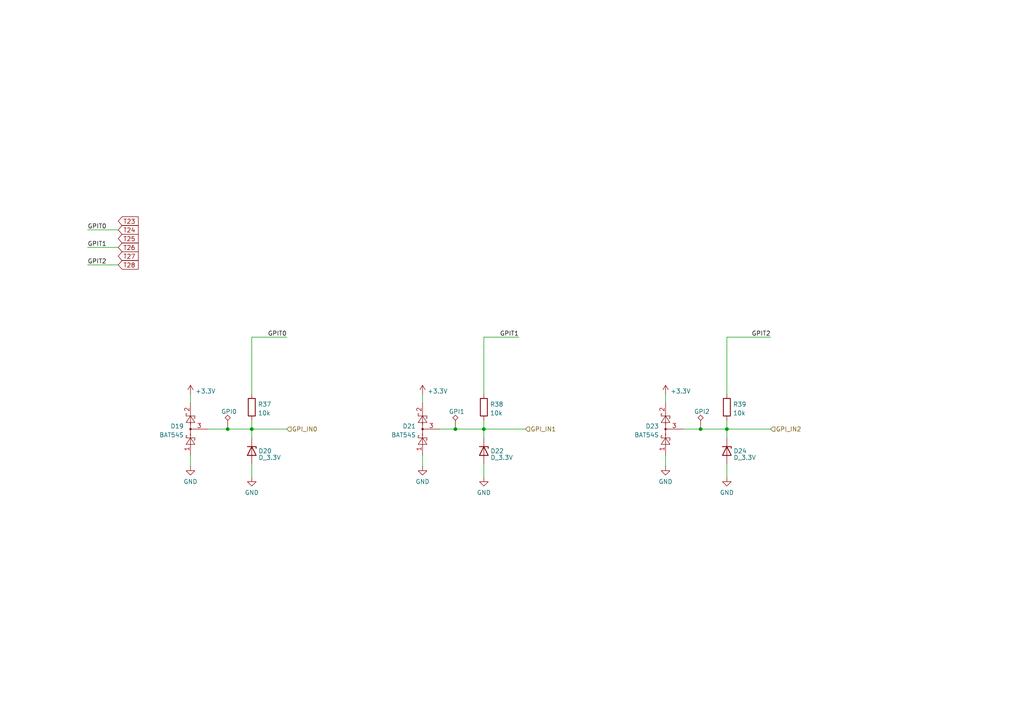
<source format=kicad_sch>
(kicad_sch (version 20211123) (generator eeschema)
  (paper "A4")
  (title_block (title "FloatPUMP Schematics") (date "2022-11-11") (rev "1.0") (company "robtor.de") (comment 1 "Controller board for up to 3 water pumps") (comment 2 "measuring capabilities with piezoresistive pressure sensors") (comment 3 "sensor input Range 4mA-20mA"))
  (lib_symbols
    (symbol "Connector:TestPoint_Alt" (pin_numbers hide) (pin_names (offset 0.762) hide)
      (property "Reference" "TP" (at 0 6.858 0))
      (property "Value" "TestPoint_Alt" (at 0 5.08 0))
      (symbol "TestPoint_Alt_0_1"
        (polyline (pts (xy 0 2.54) (xy -0.762 3.302) (xy 0 4.064) (xy 0.762 3.302) (xy 0 2.54)))
      )
      (symbol "TestPoint_Alt_1_1"
        (pin passive line (at 0 0 90) (length 2.54) (name "1") (number "1"))
      )
    )
    (symbol "D_Zener_1" (pin_numbers hide) (pin_names (offset 1.016) hide)
      (property "Reference" "D?" (at 2.032 0.8347 90))
      (property "Value" "D_Zener_1" (at 2.032 -1.7022 90))
      (symbol "D_Zener_1_0_1"
        (polyline (pts (xy 1.27 0) (xy -1.27 0)))
        (polyline (pts (xy -1.27 -1.27) (xy -1.27 1.27) (xy -0.762 1.27)) (stroke (width 0.254)))
        (polyline (pts (xy 1.27 -1.27) (xy 1.27 1.27) (xy -1.27 0) (xy 1.27 -1.27)) (stroke (width 0.254)))
      )
      (symbol "D_Zener_1_1_1"
        (pin passive line (at 3.81 0 180) (length 2.54) (name "A") (number "1"))
        (pin passive line (at -3.81 0 0) (length 2.54) (name "K") (number "3"))
      )
    )
    (symbol "Device:R" (pin_numbers hide) (pin_names (offset 0))
      (property "Reference" "R" (at 2.032 0 90))
      (property "Value" "R" (at 0 0 90))
      (symbol "R_0_1"
        (rectangle (start -1.016 -2.54) (end 1.016 2.54) (stroke (width 0.254)))
      )
      (symbol "R_1_1"
        (pin passive line (at 0 3.81 270) (length 1.27) (name "~") (number "1"))
        (pin passive line (at 0 -3.81 90) (length 1.27) (name "~") (number "2"))
      )
    )
    (symbol "Diode:BAT54S" (pin_names (offset 1.016))
      (property "Reference" "D" (at 0.635 -3.81 0))
      (property "Value" "BAT54S" (at -6.35 3.175 0))
      (symbol "BAT54S_0_1"
        (polyline (pts (xy -3.81 0) (xy -1.27 0)))
        (polyline (pts (xy -3.175 -1.27) (xy -3.175 -1.016)))
        (polyline (pts (xy -2.54 -1.27) (xy -3.175 -1.27)))
        (polyline (pts (xy -2.54 -1.27) (xy -2.54 1.27)))
        (polyline (pts (xy -2.54 1.27) (xy -1.905 1.27)))
        (polyline (pts (xy -1.905 0) (xy 1.905 0)))
        (polyline (pts (xy -1.905 1.27) (xy -1.905 1.016)))
        (polyline (pts (xy 1.27 0) (xy 3.81 0)))
        (polyline (pts (xy 3.175 -1.27) (xy 3.175 -1.016)))
        (polyline (pts (xy 3.81 -1.27) (xy 3.175 -1.27)))
        (polyline (pts (xy 3.81 -1.27) (xy 3.81 1.27)))
        (polyline (pts (xy 3.81 1.27) (xy 4.445 1.27)))
        (polyline (pts (xy 4.445 1.27) (xy 4.445 1.016)))
        (polyline (pts (xy -4.445 1.27) (xy -4.445 -1.27) (xy -2.54 0) (xy -4.445 1.27)))
        (polyline (pts (xy 1.905 1.27) (xy 1.905 -1.27) (xy 3.81 0) (xy 1.905 1.27)))
        (circle (center 0 0) (radius 0.254) (fill (type outline)))
      )
      (symbol "BAT54S_1_1"
        (pin passive line (at -7.62 0 0) (length 3.81) (name "~") (number "1"))
        (pin passive line (at 7.62 0 180) (length 3.81) (name "~") (number "2"))
        (pin passive line (at 0 -5.08 90) (length 5.08) (name "~") (number "3"))
      )
    )
    (symbol "power:+3.3V" (power) (pin_names (offset 0))
      (property "Value" "+3.3V" (at 0 3.556 0))
      (symbol "+3.3V_0_1"
        (polyline (pts (xy -0.762 1.27) (xy 0 2.54)))
        (polyline (pts (xy 0 0) (xy 0 2.54)))
        (polyline (pts (xy 0 2.54) (xy 0.762 1.27)))
      )
      (symbol "+3.3V_1_1"
        (pin power_in line (at 0 0 90) (length 0) hide (name "+3.3V") (number "1"))
      )
    )
    (symbol "power:GND" (power) (pin_names (offset 0))
      (property "Value" "GND" (at 0 -3.81 0))
      (symbol "GND_0_1"
        (polyline (pts (xy 0 0) (xy 0 -1.27) (xy 1.27 -1.27) (xy 0 -2.54) (xy -1.27 -1.27) (xy 0 -1.27)))
      )
      (symbol "GND_1_1"
        (pin power_in line (at 0 0 270) (length 0) hide (name "GND") (number "1"))
      )
    )
  )
  (junction (at 203.2 124.46))
  (junction (at 66.04 124.46))
  (junction (at 73.025 124.46))
  (junction (at 132.08 124.46))
  (junction (at 210.82 124.46))
  (junction (at 140.335 124.46))
  (wire (pts (xy 140.335 134.62) (xy 140.335 138.43)))
  (wire (pts (xy 210.82 114.3) (xy 210.82 97.79)))
  (wire (pts (xy 66.04 124.46) (xy 73.025 124.46)))
  (wire (pts (xy 198.12 124.46) (xy 203.2 124.46)))
  (wire (pts (xy 25.4 76.835) (xy 34.29 76.835)))
  (wire (pts (xy 73.025 121.92) (xy 73.025 124.46)))
  (wire (pts (xy 140.335 121.92) (xy 140.335 124.46)))
  (wire (pts (xy 73.025 124.46) (xy 73.025 127)))
  (wire (pts (xy 122.555 114.3) (xy 122.555 116.84)))
  (wire (pts (xy 73.025 124.46) (xy 83.185 124.46)))
  (wire (pts (xy 73.025 114.3) (xy 73.025 97.79)))
  (wire (pts (xy 210.82 124.46) (xy 210.82 127)))
  (wire (pts (xy 210.82 124.46) (xy 223.52 124.46)))
  (wire (pts (xy 25.4 66.675) (xy 34.29 66.675)))
  (wire (pts (xy 55.245 114.3) (xy 55.245 116.84)))
  (wire (pts (xy 55.245 132.08) (xy 55.245 135.255)))
  (wire (pts (xy 210.82 121.92) (xy 210.82 124.46)))
  (wire (pts (xy 127.635 124.46) (xy 132.08 124.46)))
  (wire (pts (xy 73.025 134.62) (xy 73.025 138.43)))
  (wire (pts (xy 60.325 124.46) (xy 66.04 124.46)))
  (wire (pts (xy 73.025 97.79) (xy 83.185 97.79)))
  (wire (pts (xy 210.82 97.79) (xy 223.52 97.79)))
  (wire (pts (xy 140.335 97.79) (xy 150.495 97.79)))
  (wire (pts (xy 193.04 114.3) (xy 193.04 116.84)))
  (wire (pts (xy 203.2 124.46) (xy 210.82 124.46)))
  (wire (pts (xy 140.335 97.79) (xy 140.335 114.3)))
  (wire (pts (xy 25.4 71.755) (xy 34.29 71.755)))
  (wire (pts (xy 122.555 132.08) (xy 122.555 135.255)))
  (wire (pts (xy 140.335 124.46) (xy 152.4 124.46)))
  (wire (pts (xy 140.335 124.46) (xy 140.335 127)))
  (wire (pts (xy 132.08 124.46) (xy 140.335 124.46)))
  (wire (pts (xy 193.04 132.08) (xy 193.04 135.255)))
  (wire (pts (xy 210.82 134.62) (xy 210.82 138.43)))
  (label "GPIT1" (at 150.495 97.79 180))
  (label "GPIT1" (at 25.4 71.755 0))
  (label "GPIT0" (at 83.185 97.79 180))
  (label "GPIT0" (at 25.4 66.675 0))
  (label "GPIT2" (at 25.4 76.835 0))
  (label "GPIT2" (at 223.52 97.79 180))
  (global_label "T27" (shape input) (at 34.29 74.295 0) (property "Referenzen zwischen Schaltplänen" "${INTERSHEET_REFS}" (effects hide)))
  (global_label "T24" (shape input) (at 34.29 66.675 0) (property "Referenzen zwischen Schaltplänen" "${INTERSHEET_REFS}" (effects hide)))
  (global_label "T28" (shape input) (at 34.29 76.835 0) (property "Referenzen zwischen Schaltplänen" "${INTERSHEET_REFS}" (effects hide)))
  (global_label "T23" (shape input) (at 34.29 64.135 0) (property "Referenzen zwischen Schaltplänen" "${INTERSHEET_REFS}" (effects hide)))
  (global_label "T25" (shape input) (at 34.29 69.215 0) (property "Referenzen zwischen Schaltplänen" "${INTERSHEET_REFS}" (effects hide)))
  (global_label "T26" (shape input) (at 34.29 71.755 0) (property "Referenzen zwischen Schaltplänen" "${INTERSHEET_REFS}" (effects hide)))
  (hierarchical_label "GPI_IN0" (shape input) (at 83.185 124.46 0))
  (hierarchical_label "GPI_IN2" (shape input) (at 223.52 124.46 0))
  (hierarchical_label "GPI_IN1" (shape input) (at 152.4 124.46 0))
  (symbol (lib_id "power:GND") (at 73.025 138.43 0) (unit 1)
    (property "Reference" "#PWR091" (effects hide))
    (property "Value" "GND" (at 73.025 142.8734 0))
  )
  (symbol (lib_name "D_Zener_1") (lib_id "Device:D_Zener") (at 210.82 130.81 270) (unit 1)
    (property "Reference" "D24" (at 212.725 130.81 90) (effects (justify left)))
    (property "Value" "D_3.3V" (at 212.725 132.715 90) (effects (justify left)))
    (property "Footprint" "Package_TO_SOT_SMD:SOT-23" (effects hide))
    (property "Datasheet" "https://datasheet.lcsc.com/lcsc/1809191825_LRC-LBZX84C3V3LT1G_C12745.pdf" (effects hide))
    (property "JLCPCB" "C131832" (effects hide))
  )
  (symbol (lib_name "D_Zener_1") (lib_id "Device:D_Zener") (at 73.025 130.81 270) (unit 1)
    (property "Reference" "D20" (at 74.93 130.81 90) (effects (justify left)))
    (property "Value" "D_3.3V" (at 74.93 132.715 90) (effects (justify left)))
    (property "Footprint" "Package_TO_SOT_SMD:SOT-23" (effects hide))
    (property "Datasheet" "https://datasheet.lcsc.com/lcsc/1809191825_LRC-LBZX84C3V3LT1G_C12745.pdf" (effects hide))
    (property "JLCPCB" "C131832" (effects hide))
  )
  (symbol (lib_id "Connector:TestPoint_Alt") (at 203.2 124.46 0) (unit 1)
    (property "Reference" "TP21" (effects hide))
    (property "Value" "GPI2" (at 201.295 119.38 0) (effects (justify left)))
    (property "Footprint" "TestPoint:TestPoint_Pad_D1.0mm" (effects hide))
  )
  (symbol (lib_id "Device:R") (at 210.82 118.11 0) (unit 1)
    (property "Reference" "R39" (at 212.598 117.2753 0) (effects (justify left)))
    (property "Value" "10k" (at 212.598 119.8122 0) (effects (justify left)))
    (property "Footprint" "Resistor_SMD:R_0603_1608Metric" (effects hide))
    (property "JLCPCB" "C238881" (effects hide))
  )
  (symbol (lib_id "Diode:BAT54S") (at 193.04 124.46 90) (unit 1)
    (property "Reference" "D23" (at 191.135 123.6253 90) (effects (justify left)))
    (property "Value" "BAT54S" (at 191.135 126.1622 90) (effects (justify left)))
    (property "Footprint" "Package_TO_SOT_SMD:SOT-23" (effects hide))
    (property "Datasheet" "https://www.diodes.com/assets/Datasheets/ds11005.pdf" (effects hide))
    (property "JLCPCB" "C2762214" (effects hide))
  )
  (symbol (lib_id "power:+3.3V") (at 55.245 114.3 0) (unit 1)
    (property "Reference" "#PWR088" (effects hide))
    (property "Value" "+3.3V" (at 56.642 113.4638 0) (effects (justify left)))
  )
  (symbol (lib_id "power:+3.3V") (at 193.04 114.3 0) (unit 1)
    (property "Reference" "#PWR096" (effects hide))
    (property "Value" "+3.3V" (at 194.437 113.4638 0) (effects (justify left)))
  )
  (symbol (lib_id "Connector:TestPoint_Alt") (at 132.08 124.46 0) (unit 1)
    (property "Reference" "TP20" (effects hide))
    (property "Value" "GPI1" (at 130.175 119.38 0) (effects (justify left)))
    (property "Footprint" "TestPoint:TestPoint_Pad_D1.0mm" (effects hide))
  )
  (symbol (lib_id "Device:R") (at 73.025 118.11 0) (unit 1)
    (property "Reference" "R37" (at 74.803 117.2753 0) (effects (justify left)))
    (property "Value" "10k" (at 74.803 119.8122 0) (effects (justify left)))
    (property "Footprint" "Resistor_SMD:R_0603_1608Metric" (effects hide))
    (property "JLCPCB" "C238881" (effects hide))
  )
  (symbol (lib_id "power:GND") (at 55.245 135.255 0) (unit 1)
    (property "Reference" "#PWR089" (effects hide))
    (property "Value" "GND" (at 55.245 139.6984 0))
  )
  (symbol (lib_id "power:GND") (at 122.555 135.255 0) (unit 1)
    (property "Reference" "#PWR093" (effects hide))
    (property "Value" "GND" (at 122.555 139.6984 0))
  )
  (symbol (lib_id "power:GND") (at 193.04 135.255 0) (unit 1)
    (property "Reference" "#PWR097" (effects hide))
    (property "Value" "GND" (at 193.04 139.6984 0))
  )
  (symbol (lib_id "power:GND") (at 210.82 138.43 0) (unit 1)
    (property "Reference" "#PWR099" (effects hide))
    (property "Value" "GND" (at 210.82 142.8734 0))
  )
  (symbol (lib_id "Diode:BAT54S") (at 122.555 124.46 90) (unit 1)
    (property "Reference" "D21" (at 120.65 123.6253 90) (effects (justify left)))
    (property "Value" "BAT54S" (at 120.65 126.1622 90) (effects (justify left)))
    (property "Footprint" "Package_TO_SOT_SMD:SOT-23" (effects hide))
    (property "Datasheet" "https://www.diodes.com/assets/Datasheets/ds11005.pdf" (effects hide))
    (property "JLCPCB" "C2762214" (effects hide))
  )
  (symbol (lib_name "D_Zener_1") (lib_id "Device:D_Zener") (at 140.335 130.81 270) (unit 1)
    (property "Reference" "D22" (at 142.24 130.81 90) (effects (justify left)))
    (property "Value" "D_3.3V" (at 142.24 132.715 90) (effects (justify left)))
    (property "Footprint" "Package_TO_SOT_SMD:SOT-23" (effects hide))
    (property "Datasheet" "https://datasheet.lcsc.com/lcsc/1809191825_LRC-LBZX84C3V3LT1G_C12745.pdf" (effects hide))
    (property "JLCPCB" "C131832" (effects hide))
  )
  (symbol (lib_id "Connector:TestPoint_Alt") (at 66.04 124.46 0) (unit 1)
    (property "Reference" "TP19" (effects hide))
    (property "Value" "GPI0" (at 64.135 119.38 0) (effects (justify left)))
    (property "Footprint" "TestPoint:TestPoint_Pad_D1.0mm" (effects hide))
  )
  (symbol (lib_id "Diode:BAT54S") (at 55.245 124.46 90) (unit 1)
    (property "Reference" "D19" (at 53.34 123.6253 90) (effects (justify left)))
    (property "Value" "BAT54S" (at 53.34 126.1622 90) (effects (justify left)))
    (property "Footprint" "Package_TO_SOT_SMD:SOT-23" (effects hide))
    (property "Datasheet" "https://www.diodes.com/assets/Datasheets/ds11005.pdf" (effects hide))
    (property "JLCPCB" "C2762214" (effects hide))
  )
  (symbol (lib_id "power:+3.3V") (at 122.555 114.3 0) (unit 1)
    (property "Reference" "#PWR092" (effects hide))
    (property "Value" "+3.3V" (at 123.952 113.4638 0) (effects (justify left)))
  )
  (symbol (lib_id "Device:R") (at 140.335 118.11 0) (unit 1)
    (property "Reference" "R38" (at 142.113 117.2753 0) (effects (justify left)))
    (property "Value" "10k" (at 142.113 119.8122 0) (effects (justify left)))
    (property "Footprint" "Resistor_SMD:R_0603_1608Metric" (effects hide))
    (property "JLCPCB" "C238881" (effects hide))
  )
  (symbol (lib_id "power:GND") (at 140.335 138.43 0) (unit 1)
    (property "Reference" "#PWR095" (effects hide))
    (property "Value" "GND" (at 140.335 142.8734 0))
  )
)
</source>
